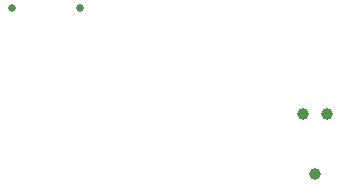
<source format=gbr>
%TF.GenerationSoftware,KiCad,Pcbnew,(6.99.0-874-g7b84e0a7d9-dirty)*%
%TF.CreationDate,2022-02-16T19:00:56-05:00*%
%TF.ProjectId,MotorcycleBatterIsolator,4d6f746f-7263-4796-936c-654261747465,rev?*%
%TF.SameCoordinates,Original*%
%TF.FileFunction,NonPlated,1,4,NPTH,Drill*%
%TF.FilePolarity,Positive*%
%FSLAX46Y46*%
G04 Gerber Fmt 4.6, Leading zero omitted, Abs format (unit mm)*
G04 Created by KiCad (PCBNEW (6.99.0-874-g7b84e0a7d9-dirty)) date 2022-02-16 19:00:56*
%MOMM*%
%LPD*%
G01*
G04 APERTURE LIST*
%TA.AperFunction,ComponentDrill*%
%ADD10C,0.650000*%
%TD*%
%TA.AperFunction,ComponentDrill*%
%ADD11C,0.990600*%
%TD*%
G04 APERTURE END LIST*
D10*
%TO.C,J5*%
X127360000Y-109100000D03*
X133140000Y-109100000D03*
D11*
%TO.C,J3*%
X151984000Y-118020000D03*
X153000000Y-123100000D03*
X154016000Y-118020000D03*
M02*

</source>
